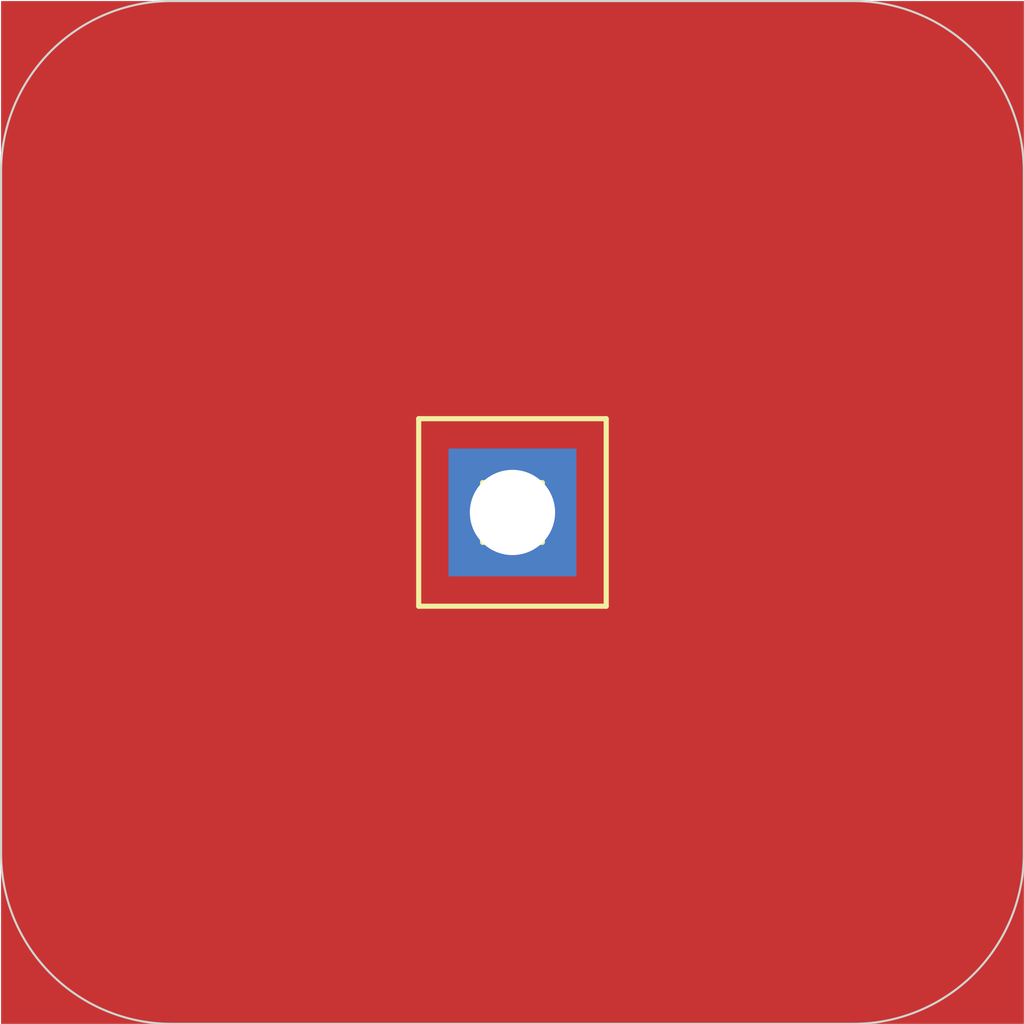
<source format=kicad_pcb>
(kicad_pcb (version 20171130) (host pcbnew 5.1.5+dfsg1-2build2)

  (general
    (thickness 1.6)
    (drawings 8)
    (tracks 0)
    (zones 0)
    (modules 2)
    (nets 2)
  )

  (page A4)
  (layers
    (0 F.Cu signal)
    (31 B.Cu signal)
    (32 B.Adhes user)
    (33 F.Adhes user)
    (34 B.Paste user)
    (35 F.Paste user)
    (36 B.SilkS user)
    (37 F.SilkS user)
    (38 B.Mask user)
    (39 F.Mask user)
    (40 Dwgs.User user)
    (41 Cmts.User user)
    (42 Eco1.User user)
    (43 Eco2.User user)
    (44 Edge.Cuts user)
    (45 Margin user)
    (46 B.CrtYd user)
    (47 F.CrtYd user)
    (48 B.Fab user)
    (49 F.Fab user)
  )

  (setup
    (last_trace_width 0.25)
    (trace_clearance 0.2)
    (zone_clearance 0.508)
    (zone_45_only no)
    (trace_min 0.2)
    (via_size 0.8)
    (via_drill 0.4)
    (via_min_size 0.4)
    (via_min_drill 0.3)
    (uvia_size 0.3)
    (uvia_drill 0.1)
    (uvias_allowed no)
    (uvia_min_size 0.2)
    (uvia_min_drill 0.1)
    (edge_width 0.05)
    (segment_width 0.2)
    (pcb_text_width 0.3)
    (pcb_text_size 1.5 1.5)
    (mod_edge_width 0.12)
    (mod_text_size 1 1)
    (mod_text_width 0.15)
    (pad_size 3 3)
    (pad_drill 2)
    (pad_to_mask_clearance 0.051)
    (solder_mask_min_width 0.25)
    (aux_axis_origin 134 60)
    (visible_elements FFFFFF7F)
    (pcbplotparams
      (layerselection 0x010fc_ffffffff)
      (usegerberextensions false)
      (usegerberattributes false)
      (usegerberadvancedattributes false)
      (creategerberjobfile false)
      (excludeedgelayer true)
      (linewidth 0.100000)
      (plotframeref false)
      (viasonmask false)
      (mode 1)
      (useauxorigin false)
      (hpglpennumber 1)
      (hpglpenspeed 20)
      (hpglpendiameter 15.000000)
      (psnegative false)
      (psa4output false)
      (plotreference true)
      (plotvalue true)
      (plotinvisibletext false)
      (padsonsilk false)
      (subtractmaskfromsilk false)
      (outputformat 1)
      (mirror false)
      (drillshape 1)
      (scaleselection 1)
      (outputdirectory ""))
  )

  (net 0 "")
  (net 1 T)

  (net_class Default "This is the default net class."
    (clearance 0.2)
    (trace_width 0.25)
    (via_dia 0.8)
    (via_drill 0.4)
    (uvia_dia 0.3)
    (uvia_drill 0.1)
    (add_net T)
  )

  (module TestPoint:TestPoint_Pad_4.0x4.0mm (layer F.Cu) (tedit 5FF8AEAA) (tstamp 5FF9095A)
    (at 122 72)
    (descr "SMD rectangular pad as test Point, square 4.0mm side length")
    (tags "test point SMD pad rectangle square")
    (path /5FF8AE39)
    (attr virtual)
    (fp_text reference TP1 (at 0 -2.898) (layer F.SilkS) hide
      (effects (font (size 1 1) (thickness 0.15)))
    )
    (fp_text value TestPoint (at 0 3.1) (layer F.Fab)
      (effects (font (size 1 1) (thickness 0.15)))
    )
    (fp_line (start 2.5 2.5) (end -2.5 2.5) (layer F.CrtYd) (width 0.05))
    (fp_line (start 2.5 2.5) (end 2.5 -2.5) (layer F.CrtYd) (width 0.05))
    (fp_line (start -2.5 -2.5) (end -2.5 2.5) (layer F.CrtYd) (width 0.05))
    (fp_line (start -2.5 -2.5) (end 2.5 -2.5) (layer F.CrtYd) (width 0.05))
    (fp_line (start -2.2 2.2) (end -2.2 -2.2) (layer F.SilkS) (width 0.12))
    (fp_line (start 2.2 2.2) (end -2.2 2.2) (layer F.SilkS) (width 0.12))
    (fp_line (start 2.2 -2.2) (end 2.2 2.2) (layer F.SilkS) (width 0.12))
    (fp_line (start -2.2 -2.2) (end 2.2 -2.2) (layer F.SilkS) (width 0.12))
    (fp_text user %R (at 0 -2.9) (layer F.Fab)
      (effects (font (size 1 1) (thickness 0.15)))
    )
    (pad 1 smd rect (at 0 0) (size 24 24) (layers F.Cu)
      (net 1 T))
  )

  (module TestPoint:TestPoint_THTPad_1.0x1.0mm_Drill0.5mm (layer F.Cu) (tedit 5FF8AEDA) (tstamp 5FF9094C)
    (at 122 72)
    (descr "THT rectangular pad as test Point, square 1.0mm side length, hole diameter 0.5mm")
    (tags "test point THT pad rectangle square")
    (path /5FF8B219)
    (attr virtual)
    (fp_text reference H1 (at 0 -1.448) (layer F.SilkS) hide
      (effects (font (size 1 1) (thickness 0.15)))
    )
    (fp_text value MountingHole_Pad (at 0 1.55) (layer F.Fab)
      (effects (font (size 1 1) (thickness 0.15)))
    )
    (fp_line (start 1 1) (end -1 1) (layer F.CrtYd) (width 0.05))
    (fp_line (start 1 1) (end 1 -1) (layer F.CrtYd) (width 0.05))
    (fp_line (start -1 -1) (end -1 1) (layer F.CrtYd) (width 0.05))
    (fp_line (start -1 -1) (end 1 -1) (layer F.CrtYd) (width 0.05))
    (fp_line (start -0.7 0.7) (end -0.7 -0.7) (layer F.SilkS) (width 0.12))
    (fp_line (start 0.7 0.7) (end -0.7 0.7) (layer F.SilkS) (width 0.12))
    (fp_line (start 0.7 -0.7) (end 0.7 0.7) (layer F.SilkS) (width 0.12))
    (fp_line (start -0.7 -0.7) (end 0.7 -0.7) (layer F.SilkS) (width 0.12))
    (fp_text user %R (at 0 -1.45) (layer F.Fab)
      (effects (font (size 1 1) (thickness 0.15)))
    )
    (pad 1 thru_hole rect (at 0 0) (size 3 3) (drill 2) (layers *.Cu *.Mask)
      (net 1 T))
  )

  (gr_arc (start 130 64) (end 134 64) (angle -90) (layer Edge.Cuts) (width 0.05))
  (gr_arc (start 130 80) (end 130 84) (angle -90) (layer Edge.Cuts) (width 0.05))
  (gr_arc (start 114 80) (end 110 80) (angle -90) (layer Edge.Cuts) (width 0.05))
  (gr_arc (start 114 64) (end 114 60) (angle -90) (layer Edge.Cuts) (width 0.05))
  (gr_line (start 130 60) (end 114 60) (layer Edge.Cuts) (width 0.05) (tstamp 5FF90975))
  (gr_line (start 134 80) (end 134 64) (layer Edge.Cuts) (width 0.05))
  (gr_line (start 114 84) (end 130 84) (layer Edge.Cuts) (width 0.05))
  (gr_line (start 110 64) (end 110 80) (layer Edge.Cuts) (width 0.05))

)

</source>
